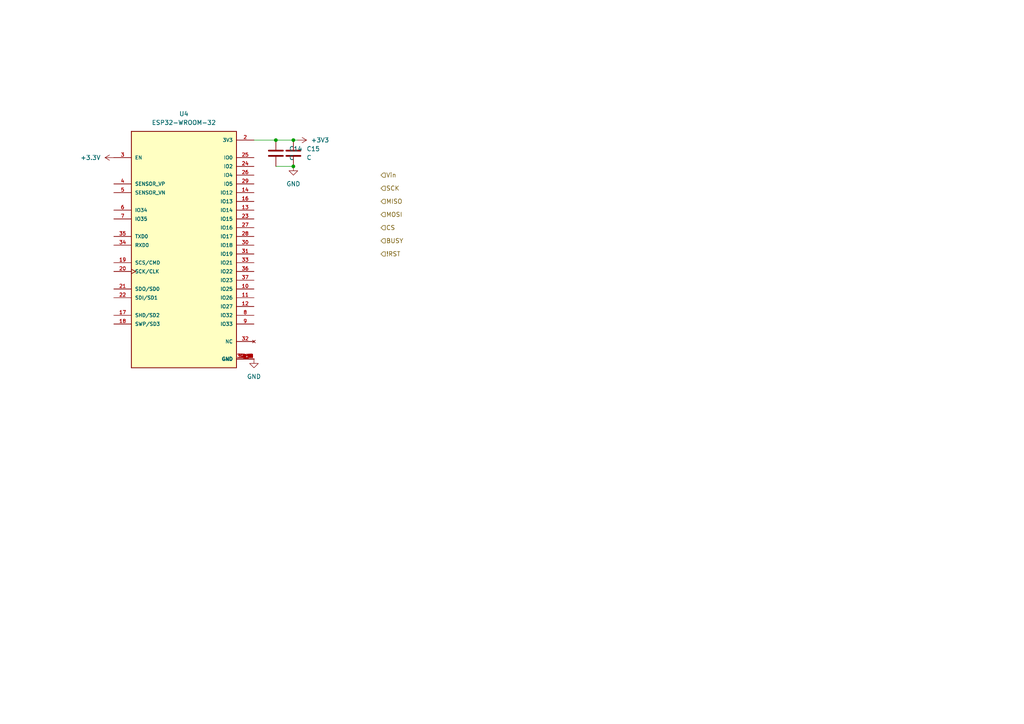
<source format=kicad_sch>
(kicad_sch (version 20211123) (generator eeschema)
  (paper "A4")
  (lib_symbols
    (symbol "Device:C" (pin_numbers hide) (pin_names (offset 0.254))
      (property "Reference" "C" (at 0.635 2.54 0))
      (property "Value" "C" (at 0.635 -2.54 0))
      (symbol "C_0_1"
        (polyline (pts (xy -2.032 -0.762) (xy 2.032 -0.762)) (stroke (width 0.508)))
        (polyline (pts (xy -2.032 0.762) (xy 2.032 0.762)) (stroke (width 0.508)))
      )
      (symbol "C_1_1"
        (pin passive line (at 0 3.81 270) (length 2.794) (name "~") (number "1"))
        (pin passive line (at 0 -3.81 90) (length 2.794) (name "~") (number "2"))
      )
    )
    (symbol "ESP32-WROOM-32:ESP32-WROOM-32" (pin_names (offset 1.016))
      (property "Reference" "U" (at -15.0368 36.6776 0))
      (property "Value" "ESP32-WROOM-32" (at -15.2908 -35.6616 0))
      (symbol "ESP32-WROOM-32_0_0"
        (rectangle (start -15.24 -33.02) (end 15.24 35.56) (stroke (width 0.254)) (fill (type background)))
        (pin power_in line (at 20.32 -30.48 180) (length 5.08) (name "GND") (number "1"))
        (pin bidirectional line (at 20.32 -10.16 180) (length 5.08) (name "IO25") (number "10"))
        (pin bidirectional line (at 20.32 -12.7 180) (length 5.08) (name "IO26") (number "11"))
        (pin bidirectional line (at 20.32 -15.24 180) (length 5.08) (name "IO27") (number "12"))
        (pin bidirectional line (at 20.32 12.7 180) (length 5.08) (name "IO14") (number "13"))
        (pin bidirectional line (at 20.32 17.78 180) (length 5.08) (name "IO12") (number "14"))
        (pin power_in line (at 20.32 -30.48 180) (length 5.08) (name "GND") (number "15"))
        (pin bidirectional line (at 20.32 15.24 180) (length 5.08) (name "IO13") (number "16"))
        (pin bidirectional line (at -20.32 -17.78 0) (length 5.08) (name "SHD/SD2") (number "17"))
        (pin bidirectional line (at -20.32 -20.32 0) (length 5.08) (name "SWP/SD3") (number "18"))
        (pin bidirectional line (at -20.32 -2.54 0) (length 5.08) (name "SCS/CMD") (number "19"))
        (pin power_in line (at 20.32 33.02 180) (length 5.08) (name "3V3") (number "2"))
        (pin bidirectional clock (at -20.32 -5.08 0) (length 5.08) (name "SCK/CLK") (number "20"))
        (pin bidirectional line (at -20.32 -10.16 0) (length 5.08) (name "SDO/SD0") (number "21"))
        (pin bidirectional line (at -20.32 -12.7 0) (length 5.08) (name "SDI/SD1") (number "22"))
        (pin bidirectional line (at 20.32 10.16 180) (length 5.08) (name "IO15") (number "23"))
        (pin bidirectional line (at 20.32 25.4 180) (length 5.08) (name "IO2") (number "24"))
        (pin bidirectional line (at 20.32 27.94 180) (length 5.08) (name "IO0") (number "25"))
        (pin bidirectional line (at 20.32 22.86 180) (length 5.08) (name "IO4") (number "26"))
        (pin bidirectional line (at 20.32 7.62 180) (length 5.08) (name "IO16") (number "27"))
        (pin bidirectional line (at 20.32 5.08 180) (length 5.08) (name "IO17") (number "28"))
        (pin bidirectional line (at 20.32 20.32 180) (length 5.08) (name "IO5") (number "29"))
        (pin input line (at -20.32 27.94 0) (length 5.08) (name "EN") (number "3"))
        (pin bidirectional line (at 20.32 2.54 180) (length 5.08) (name "IO18") (number "30"))
        (pin bidirectional line (at 20.32 0 180) (length 5.08) (name "IO19") (number "31"))
        (pin no_connect line (at 20.32 -25.4 180) (length 5.08) (name "NC") (number "32"))
        (pin bidirectional line (at 20.32 -2.54 180) (length 5.08) (name "IO21") (number "33"))
        (pin bidirectional line (at -20.32 2.54 0) (length 5.08) (name "RXD0") (number "34"))
        (pin bidirectional line (at -20.32 5.08 0) (length 5.08) (name "TXD0") (number "35"))
        (pin bidirectional line (at 20.32 -5.08 180) (length 5.08) (name "IO22") (number "36"))
        (pin bidirectional line (at 20.32 -7.62 180) (length 5.08) (name "IO23") (number "37"))
        (pin power_in line (at 20.32 -30.48 180) (length 5.08) (name "GND") (number "38"))
        (pin power_in line (at 20.32 -30.48 180) (length 5.08) (name "GND") (number "39_1"))
        (pin power_in line (at 20.32 -30.48 180) (length 5.08) (name "GND") (number "39_10"))
        (pin power_in line (at 20.32 -30.48 180) (length 5.08) (name "GND") (number "39_11"))
        (pin power_in line (at 20.32 -30.48 180) (length 5.08) (name "GND") (number "39_12"))
        (pin power_in line (at 20.32 -30.48 180) (length 5.08) (name "GND") (number "39_13"))
        (pin power_in line (at 20.32 -30.48 180) (length 5.08) (name "GND") (number "39_14"))
        (pin power_in line (at 20.32 -30.48 180) (length 5.08) (name "GND") (number "39_15"))
        (pin power_in line (at 20.32 -30.48 180) (length 5.08) (name "GND") (number "39_16"))
        (pin power_in line (at 20.32 -30.48 180) (length 5.08) (name "GND") (number "39_17"))
        (pin power_in line (at 20.32 -30.48 180) (length 5.08) (name "GND") (number "39_18"))
        (pin power_in line (at 20.32 -30.48 180) (length 5.08) (name "GND") (number "39_19"))
        (pin power_in line (at 20.32 -30.48 180) (length 5.08) (name "GND") (number "39_2"))
        (pin power_in line (at 20.32 -30.48 180) (length 5.08) (name "GND") (number "39_20"))
        (pin power_in line (at 20.32 -30.48 180) (length 5.08) (name "GND") (number "39_21"))
        (pin power_in line (at 20.32 -30.48 180) (length 5.08) (name "GND") (number "39_3"))
        (pin power_in line (at 20.32 -30.48 180) (length 5.08) (name "GND") (number "39_4"))
        (pin power_in line (at 20.32 -30.48 180) (length 5.08) (name "GND") (number "39_5"))
        (pin power_in line (at 20.32 -30.48 180) (length 5.08) (name "GND") (number "39_6"))
        (pin power_in line (at 20.32 -30.48 180) (length 5.08) (name "GND") (number "39_7"))
        (pin power_in line (at 20.32 -30.48 180) (length 5.08) (name "GND") (number "39_8"))
        (pin power_in line (at 20.32 -30.48 180) (length 5.08) (name "GND") (number "39_9"))
        (pin input line (at -20.32 20.32 0) (length 5.08) (name "SENSOR_VP") (number "4"))
        (pin input line (at -20.32 17.78 0) (length 5.08) (name "SENSOR_VN") (number "5"))
        (pin input line (at -20.32 12.7 0) (length 5.08) (name "IO34") (number "6"))
        (pin input line (at -20.32 10.16 0) (length 5.08) (name "IO35") (number "7"))
        (pin bidirectional line (at 20.32 -17.78 180) (length 5.08) (name "IO32") (number "8"))
        (pin bidirectional line (at 20.32 -20.32 180) (length 5.08) (name "IO33") (number "9"))
      )
    )
    (symbol "power:+3.3V" (power) (pin_names (offset 0))
      (property "Value" "+3.3V" (at 0 3.556 0))
      (symbol "+3.3V_0_1"
        (polyline (pts (xy -0.762 1.27) (xy 0 2.54)))
        (polyline (pts (xy 0 0) (xy 0 2.54)))
        (polyline (pts (xy 0 2.54) (xy 0.762 1.27)))
      )
      (symbol "+3.3V_1_1"
        (pin power_in line (at 0 0 90) (length 0) hide (name "+3.3V") (number "1"))
      )
    )
    (symbol "power:+3V3" (power) (pin_names (offset 0))
      (property "Value" "+3V3" (at 0 3.556 0))
      (symbol "+3V3_0_1"
        (polyline (pts (xy -0.762 1.27) (xy 0 2.54)))
        (polyline (pts (xy 0 0) (xy 0 2.54)))
        (polyline (pts (xy 0 2.54) (xy 0.762 1.27)))
      )
      (symbol "+3V3_1_1"
        (pin power_in line (at 0 0 90) (length 0) hide (name "+3V3") (number "1"))
      )
    )
    (symbol "power:GND" (power) (pin_names (offset 0))
      (property "Value" "GND" (at 0 -3.81 0))
      (symbol "GND_0_1"
        (polyline (pts (xy 0 0) (xy 0 -1.27) (xy 1.27 -1.27) (xy 0 -2.54) (xy -1.27 -1.27) (xy 0 -1.27)))
      )
      (symbol "GND_1_1"
        (pin power_in line (at 0 0 270) (length 0) hide (name "GND") (number "1"))
      )
    )
  )
  (junction (at 85.09 48.26))
  (junction (at 80.01 40.64))
  (junction (at 85.09 40.64))
  (wire (pts (xy 80.01 48.26) (xy 85.09 48.26)))
  (wire (pts (xy 85.09 40.64) (xy 80.01 40.64)))
  (wire (pts (xy 86.36 40.64) (xy 85.09 40.64)))
  (wire (pts (xy 80.01 40.64) (xy 73.66 40.64)))
  (hierarchical_label "Vin" (shape input) (at 110.49 50.8 0))
  (hierarchical_label "SCK" (shape input) (at 110.49 54.61 0))
  (hierarchical_label "MOSI" (shape input) (at 110.49 62.23 0))
  (hierarchical_label "BUSY" (shape input) (at 110.49 69.85 0))
  (hierarchical_label "!RST" (shape input) (at 110.49 73.66 0))
  (hierarchical_label "CS" (shape input) (at 110.49 66.04 0))
  (hierarchical_label "MISO" (shape input) (at 110.49 58.42 0))
  (symbol (lib_id "power:+3.3V") (at 33.02 45.72 90) (unit 1)
    (property "Reference" "#PWR0128" (effects hide))
    (property "Value" "+3.3V" (at 29.21 45.7199 90) (effects (justify left)))
  )
  (symbol (lib_id "Device:C") (at 85.09 44.45 0) (unit 1)
    (property "Reference" "C15" (at 88.9 43.1799 0) (effects (justify left)))
    (property "Value" "C" (at 88.9 45.7199 0) (effects (justify left)))
    (property "Footprint" "Capacitor_SMD:C_0603_1608Metric" (effects hide))
  )
  (symbol (lib_id "ESP32-WROOM-32:ESP32-WROOM-32") (at 53.34 73.66 0) (unit 1)
    (property "Reference" "U4" (at 53.34 33.02 0))
    (property "Value" "ESP32-WROOM-32" (at 53.34 35.56 0))
    (property "Footprint" "Final_project:MODULE_ESP32-WROOM-32" (effects hide))
    (property "MANUFACTURER" "Espressif Systems" (effects hide))
    (property "PARTREV" "2.9" (effects hide))
    (property "STANDARD" "Manufacturer Recommendations" (effects hide))
    (property "MAXIMUM_PACKAGE_HEIGHT" "3.2 mm" (effects hide))
  )
  (symbol (lib_id "power:+3V3") (at 86.36 40.64 270) (unit 1)
    (property "Reference" "#PWR0130" (effects hide))
    (property "Value" "+3V3" (at 90.17 40.6399 90) (effects (justify left)))
  )
  (symbol (lib_id "Device:C") (at 80.01 44.45 0) (unit 1)
    (property "Reference" "C14" (at 83.82 43.1799 0) (effects (justify left)))
    (property "Value" "C" (at 83.82 45.7199 0) (effects (justify left)))
    (property "Footprint" "Capacitor_SMD:C_0603_1608Metric" (effects hide))
  )
  (symbol (lib_id "power:GND") (at 73.66 104.14 0) (unit 1)
    (property "Reference" "#PWR0129" (effects hide))
    (property "Value" "GND" (at 73.66 109.22 0))
  )
  (symbol (lib_id "power:GND") (at 85.09 48.26 0) (unit 1)
    (property "Reference" "#PWR0127" (effects hide))
    (property "Value" "GND" (at 85.09 53.34 0))
  )
)
</source>
